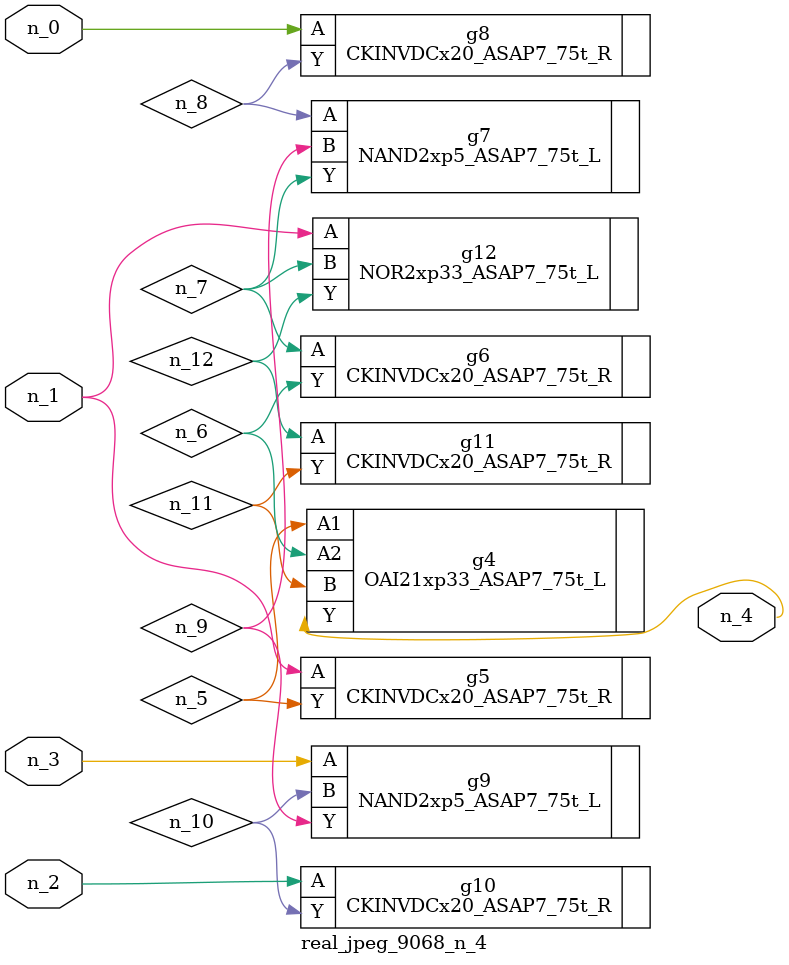
<source format=v>
module real_jpeg_9068_n_4 (n_3, n_1, n_0, n_2, n_4);

input n_3;
input n_1;
input n_0;
input n_2;

output n_4;

wire n_5;
wire n_8;
wire n_12;
wire n_11;
wire n_6;
wire n_7;
wire n_10;
wire n_9;

CKINVDCx20_ASAP7_75t_R g8 ( 
.A(n_0),
.Y(n_8)
);

CKINVDCx20_ASAP7_75t_R g5 ( 
.A(n_1),
.Y(n_5)
);

NOR2xp33_ASAP7_75t_L g12 ( 
.A(n_1),
.B(n_7),
.Y(n_12)
);

CKINVDCx20_ASAP7_75t_R g10 ( 
.A(n_2),
.Y(n_10)
);

NAND2xp5_ASAP7_75t_L g9 ( 
.A(n_3),
.B(n_10),
.Y(n_9)
);

OAI21xp33_ASAP7_75t_L g4 ( 
.A1(n_5),
.A2(n_6),
.B(n_11),
.Y(n_4)
);

CKINVDCx20_ASAP7_75t_R g6 ( 
.A(n_7),
.Y(n_6)
);

NAND2xp5_ASAP7_75t_L g7 ( 
.A(n_8),
.B(n_9),
.Y(n_7)
);

CKINVDCx20_ASAP7_75t_R g11 ( 
.A(n_12),
.Y(n_11)
);


endmodule
</source>
